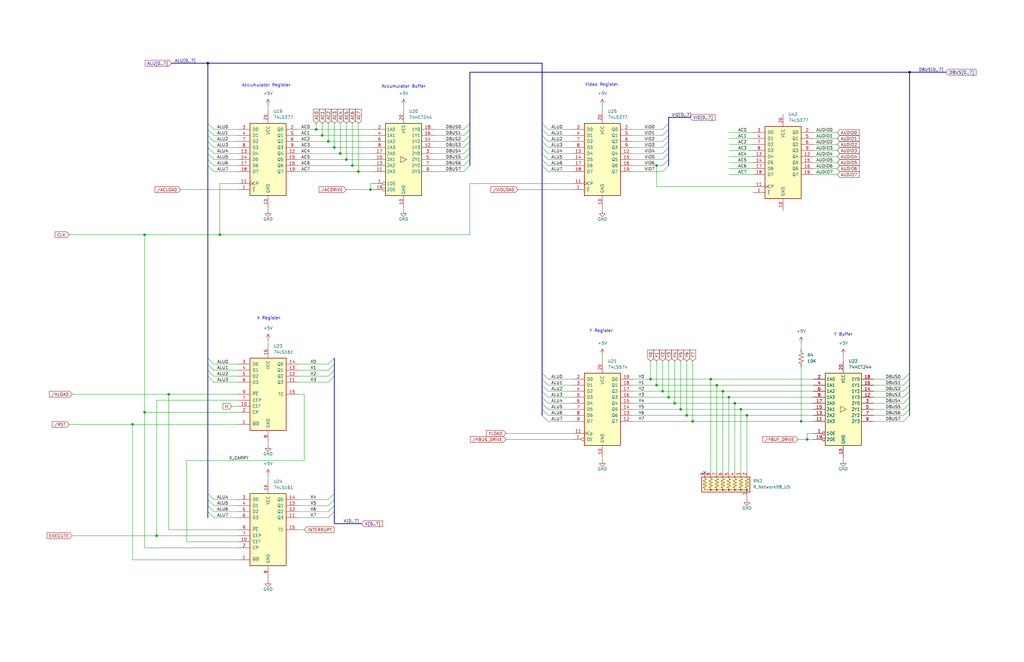
<source format=kicad_sch>
(kicad_sch (version 20231120) (generator "eeschema") (generator_version "8.0")
  (paper "B")
  (lib_symbols
    (symbol "74xx:74HCT244"
      (property "Reference" "U" (at -7.62 16.51 0))
      (property "Value" "74HCT244" (at -7.62 -16.51 0))
      (symbol "74HCT244_1_0"
        (polyline (pts (xy 1.27 0) (xy -1.27 1.27) (xy -1.27 -1.27) (xy 1.27 0)) (stroke (width 0.1524)))
        (pin input inverted (at -12.7 -10.16 0) (length 5.08) (name "1OE") (number "1"))
        (pin power_in line (at 0 -20.32 90) (length 5.08) (name "GND") (number "10"))
        (pin input line (at -12.7 -5.08 0) (length 5.08) (name "2A3") (number "11"))
        (pin tri_state line (at 12.7 5.08 180) (length 5.08) (name "1Y3") (number "12"))
        (pin input line (at -12.7 -2.54 0) (length 5.08) (name "2A2") (number "13"))
        (pin tri_state line (at 12.7 7.62 180) (length 5.08) (name "1Y2") (number "14"))
        (pin input line (at -12.7 0 0) (length 5.08) (name "2A1") (number "15"))
        (pin tri_state line (at 12.7 10.16 180) (length 5.08) (name "1Y1") (number "16"))
        (pin input line (at -12.7 2.54 0) (length 5.08) (name "2A0") (number "17"))
        (pin tri_state line (at 12.7 12.7 180) (length 5.08) (name "1Y0") (number "18"))
        (pin input inverted (at -12.7 -12.7 0) (length 5.08) (name "2OE") (number "19"))
        (pin input line (at -12.7 12.7 0) (length 5.08) (name "1A0") (number "2"))
        (pin power_in line (at 0 20.32 270) (length 5.08) (name "VCC") (number "20"))
        (pin tri_state line (at 12.7 2.54 180) (length 5.08) (name "2Y0") (number "3"))
        (pin input line (at -12.7 10.16 0) (length 5.08) (name "1A1") (number "4"))
        (pin tri_state line (at 12.7 0 180) (length 5.08) (name "2Y1") (number "5"))
        (pin input line (at -12.7 7.62 0) (length 5.08) (name "1A2") (number "6"))
        (pin tri_state line (at 12.7 -2.54 180) (length 5.08) (name "2Y2") (number "7"))
        (pin input line (at -12.7 5.08 0) (length 5.08) (name "1A3") (number "8"))
        (pin tri_state line (at 12.7 -5.08 180) (length 5.08) (name "2Y3") (number "9"))
      )
      (symbol "74HCT244_1_1"
        (rectangle (start -7.62 15.24) (end 7.62 -15.24) (stroke (width 0.254)) (fill (type background)))
      )
    )
    (symbol "74xx:74LS161" (pin_names (offset 1.016))
      (property "Reference" "U" (at -7.62 16.51 0))
      (property "Value" "74LS161" (at -7.62 -16.51 0))
      (symbol "74LS161_1_0"
        (pin input line (at -12.7 -12.7 0) (length 5.08) (name "~{MR}") (number "1"))
        (pin input line (at -12.7 -5.08 0) (length 5.08) (name "CET") (number "10"))
        (pin output line (at 12.7 5.08 180) (length 5.08) (name "Q3") (number "11"))
        (pin output line (at 12.7 7.62 180) (length 5.08) (name "Q2") (number "12"))
        (pin output line (at 12.7 10.16 180) (length 5.08) (name "Q1") (number "13"))
        (pin output line (at 12.7 12.7 180) (length 5.08) (name "Q0") (number "14"))
        (pin output line (at 12.7 0 180) (length 5.08) (name "TC") (number "15"))
        (pin power_in line (at 0 20.32 270) (length 5.08) (name "VCC") (number "16"))
        (pin input line (at -12.7 -7.62 0) (length 5.08) (name "CP") (number "2"))
        (pin input line (at -12.7 12.7 0) (length 5.08) (name "D0") (number "3"))
        (pin input line (at -12.7 10.16 0) (length 5.08) (name "D1") (number "4"))
        (pin input line (at -12.7 7.62 0) (length 5.08) (name "D2") (number "5"))
        (pin input line (at -12.7 5.08 0) (length 5.08) (name "D3") (number "6"))
        (pin input line (at -12.7 -2.54 0) (length 5.08) (name "CEP") (number "7"))
        (pin power_in line (at 0 -20.32 90) (length 5.08) (name "GND") (number "8"))
        (pin input line (at -12.7 0 0) (length 5.08) (name "~{PE}") (number "9"))
      )
      (symbol "74LS161_1_1"
        (rectangle (start -7.62 15.24) (end 7.62 -15.24) (stroke (width 0.254)) (fill (type background)))
      )
    )
    (symbol "74xx:74LS377" (pin_names (offset 1.016))
      (property "Reference" "U" (at -7.62 16.51 0))
      (property "Value" "74LS377" (at -7.62 -16.51 0))
      (symbol "74LS377_1_0"
        (pin input line (at -12.7 -12.7 0) (length 5.08) (name "~{E}") (number "1"))
        (pin power_in line (at 0 -20.32 90) (length 5.08) (name "GND") (number "10"))
        (pin input clock (at -12.7 -10.16 0) (length 5.08) (name "CP") (number "11"))
        (pin output line (at 12.7 2.54 180) (length 5.08) (name "Q4") (number "12"))
        (pin input line (at -12.7 2.54 0) (length 5.08) (name "D4") (number "13"))
        (pin input line (at -12.7 0 0) (length 5.08) (name "D5") (number "14"))
        (pin output line (at 12.7 0 180) (length 5.08) (name "Q5") (number "15"))
        (pin output line (at 12.7 -2.54 180) (length 5.08) (name "Q6") (number "16"))
        (pin input line (at -12.7 -2.54 0) (length 5.08) (name "D6") (number "17"))
        (pin input line (at -12.7 -5.08 0) (length 5.08) (name "D7") (number "18"))
        (pin output line (at 12.7 -5.08 180) (length 5.08) (name "Q7") (number "19"))
        (pin output line (at 12.7 12.7 180) (length 5.08) (name "Q0") (number "2"))
        (pin power_in line (at 0 20.32 270) (length 5.08) (name "VCC") (number "20"))
        (pin input line (at -12.7 12.7 0) (length 5.08) (name "D0") (number "3"))
        (pin input line (at -12.7 10.16 0) (length 5.08) (name "D1") (number "4"))
        (pin output line (at 12.7 10.16 180) (length 5.08) (name "Q1") (number "5"))
        (pin output line (at 12.7 7.62 180) (length 5.08) (name "Q2") (number "6"))
        (pin input line (at -12.7 7.62 0) (length 5.08) (name "D2") (number "7"))
        (pin input line (at -12.7 5.08 0) (length 5.08) (name "D3") (number "8"))
        (pin output line (at 12.7 5.08 180) (length 5.08) (name "Q3") (number "9"))
      )
      (symbol "74LS377_1_1"
        (rectangle (start -7.62 15.24) (end 7.62 -15.24) (stroke (width 0.254)) (fill (type background)))
      )
    )
    (symbol "74xx:74LS574" (pin_names (offset 1.016))
      (property "Reference" "U" (at -7.62 16.51 0))
      (property "Value" "74LS574" (at -7.62 -16.51 0))
      (symbol "74LS574_1_0"
        (pin input inverted (at -12.7 -12.7 0) (length 5.08) (name "OE") (number "1"))
        (pin power_in line (at 0 -20.32 90) (length 5.08) (name "GND") (number "10"))
        (pin input clock (at -12.7 -10.16 0) (length 5.08) (name "Cp") (number "11"))
        (pin tri_state line (at 12.7 -5.08 180) (length 5.08) (name "Q7") (number "12"))
        (pin tri_state line (at 12.7 -2.54 180) (length 5.08) (name "Q6") (number "13"))
        (pin tri_state line (at 12.7 0 180) (length 5.08) (name "Q5") (number "14"))
        (pin tri_state line (at 12.7 2.54 180) (length 5.08) (name "Q4") (number "15"))
        (pin tri_state line (at 12.7 5.08 180) (length 5.08) (name "Q3") (number "16"))
        (pin tri_state line (at 12.7 7.62 180) (length 5.08) (name "Q2") (number "17"))
        (pin tri_state line (at 12.7 10.16 180) (length 5.08) (name "Q1") (number "18"))
        (pin tri_state line (at 12.7 12.7 180) (length 5.08) (name "Q0") (number "19"))
        (pin input line (at -12.7 12.7 0) (length 5.08) (name "D0") (number "2"))
        (pin power_in line (at 0 20.32 270) (length 5.08) (name "VCC") (number "20"))
        (pin input line (at -12.7 10.16 0) (length 5.08) (name "D1") (number "3"))
        (pin input line (at -12.7 7.62 0) (length 5.08) (name "D2") (number "4"))
        (pin input line (at -12.7 5.08 0) (length 5.08) (name "D3") (number "5"))
        (pin input line (at -12.7 2.54 0) (length 5.08) (name "D4") (number "6"))
        (pin input line (at -12.7 0 0) (length 5.08) (name "D5") (number "7"))
        (pin input line (at -12.7 -2.54 0) (length 5.08) (name "D6") (number "8"))
        (pin input line (at -12.7 -5.08 0) (length 5.08) (name "D7") (number "9"))
      )
      (symbol "74LS574_1_1"
        (rectangle (start -7.62 15.24) (end 7.62 -15.24) (stroke (width 0.254)) (fill (type background)))
      )
    )
    (symbol "Device:R_Network08_US" (pin_names (offset 0) hide)
      (property "Reference" "RN" (at -12.7 0 90))
      (property "Value" "R_Network08_US" (at 10.16 0 90))
      (symbol "R_Network08_US_0_1"
        (rectangle (start -11.43 -3.175) (end 8.89 3.175) (stroke (width 0.254)) (fill (type background)))
        (circle (center -10.16 2.286) (radius 0.254) (fill (type outline)))
        (circle (center -7.62 2.286) (radius 0.254) (fill (type outline)))
        (circle (center -5.08 2.286) (radius 0.254) (fill (type outline)))
        (circle (center -2.54 2.286) (radius 0.254) (fill (type outline)))
        (polyline (pts (xy -10.16 2.286) (xy 7.62 2.286)))
        (polyline (pts (xy -10.16 2.286) (xy -10.16 1.524) (xy -9.398 1.1684) (xy -10.922 0.508) (xy -9.398 -0.1524) (xy -10.922 -0.8382) (xy -9.398 -1.524) (xy -10.922 -2.1844) (xy -10.16 -2.54) (xy -10.16 -3.81)))
        (polyline (pts (xy -7.62 2.286) (xy -7.62 1.524) (xy -6.858 1.1684) (xy -8.382 0.508) (xy -6.858 -0.1524) (xy -8.382 -0.8382) (xy -6.858 -1.524) (xy -8.382 -2.1844) (xy -7.62 -2.54) (xy -7.62 -3.81)))
        (polyline (pts (xy -5.08 2.286) (xy -5.08 1.524) (xy -4.318 1.1684) (xy -5.842 0.508) (xy -4.318 -0.1524) (xy -5.842 -0.8382) (xy -4.318 -1.524) (xy -5.842 -2.1844) (xy -5.08 -2.54) (xy -5.08 -3.81)))
        (polyline (pts (xy -2.54 2.286) (xy -2.54 1.524) (xy -1.778 1.1684) (xy -3.302 0.508) (xy -1.778 -0.1524) (xy -3.302 -0.8382) (xy -1.778 -1.524) (xy -3.302 -2.1844) (xy -2.54 -2.54) (xy -2.54 -3.81)))
        (polyline (pts (xy 0 2.286) (xy 0 1.524) (xy 0.762 1.1684) (xy -0.762 0.508) (xy 0.762 -0.1524) (xy -0.762 -0.8382) (xy 0.762 -1.524) (xy -0.762 -2.1844) (xy 0 -2.54) (xy 0 -3.81)))
        (polyline (pts (xy 2.54 2.286) (xy 2.54 1.524) (xy 3.302 1.1684) (xy 1.778 0.508) (xy 3.302 -0.1524) (xy 1.778 -0.8382) (xy 3.302 -1.524) (xy 1.778 -2.1844) (xy 2.54 -2.54) (xy 2.54 -3.81)))
        (polyline (pts (xy 5.08 2.286) (xy 5.08 1.524) (xy 5.842 1.1684) (xy 4.318 0.508) (xy 5.842 -0.1524) (xy 4.318 -0.8382) (xy 5.842 -1.524) (xy 4.318 -2.1844) (xy 5.08 -2.54) (xy 5.08 -3.81)))
        (polyline (pts (xy 7.62 2.286) (xy 7.62 1.524) (xy 8.382 1.1684) (xy 6.858 0.508) (xy 8.382 -0.1524) (xy 6.858 -0.8382) (xy 8.382 -1.524) (xy 6.858 -2.1844) (xy 7.62 -2.54) (xy 7.62 -3.81)))
        (circle (center 0 2.286) (radius 0.254) (fill (type outline)))
        (circle (center 2.54 2.286) (radius 0.254) (fill (type outline)))
        (circle (center 5.08 2.286) (radius 0.254) (fill (type outline)))
      )
      (symbol "R_Network08_US_1_1"
        (pin passive line (at -10.16 5.08 270) (length 2.54) (name "common") (number "1"))
        (pin passive line (at -10.16 -5.08 90) (length 1.27) (name "R1") (number "2"))
        (pin passive line (at -7.62 -5.08 90) (length 1.27) (name "R2") (number "3"))
        (pin passive line (at -5.08 -5.08 90) (length 1.27) (name "R3") (number "4"))
        (pin passive line (at -2.54 -5.08 90) (length 1.27) (name "R4") (number "5"))
        (pin passive line (at 0 -5.08 90) (length 1.27) (name "R5") (number "6"))
        (pin passive line (at 2.54 -5.08 90) (length 1.27) (name "R6") (number "7"))
        (pin passive line (at 5.08 -5.08 90) (length 1.27) (name "R7") (number "8"))
        (pin passive line (at 7.62 -5.08 90) (length 1.27) (name "R8") (number "9"))
      )
    )
    (symbol "Device:R_US" (pin_numbers hide) (pin_names (offset 0))
      (property "Reference" "R" (at 2.54 0 90))
      (property "Value" "R_US" (at -2.54 0 90))
      (symbol "R_US_0_1"
        (polyline (pts (xy 0 -2.286) (xy 0 -2.54)))
        (polyline (pts (xy 0 2.286) (xy 0 2.54)))
        (polyline (pts (xy 0 -0.762) (xy 1.016 -1.143) (xy 0 -1.524) (xy -1.016 -1.905) (xy 0 -2.286)))
        (polyline (pts (xy 0 0.762) (xy 1.016 0.381) (xy 0 0) (xy -1.016 -0.381) (xy 0 -0.762)))
        (polyline (pts (xy 0 2.286) (xy 1.016 1.905) (xy 0 1.524) (xy -1.016 1.143) (xy 0 0.762)))
      )
      (symbol "R_US_1_1"
        (pin passive line (at 0 3.81 270) (length 1.27) (name "~") (number "1"))
        (pin passive line (at 0 -3.81 90) (length 1.27) (name "~") (number "2"))
      )
    )
    (symbol "power:+5V" (power) (pin_numbers hide) (pin_names (offset 0) hide)
      (property "Value" "+5V" (at 0 3.556 0))
      (symbol "+5V_0_1"
        (polyline (pts (xy -0.762 1.27) (xy 0 2.54)))
        (polyline (pts (xy 0 0) (xy 0 2.54)))
        (polyline (pts (xy 0 2.54) (xy 0.762 1.27)))
      )
      (symbol "+5V_1_1"
        (pin power_in line (at 0 0 90) (length 0) (name "~") (number "1"))
      )
    )
    (symbol "power:GND" (power) (pin_numbers hide) (pin_names (offset 0) hide)
      (property "Value" "GND" (at 0 -3.81 0))
      (symbol "GND_0_1"
        (polyline (pts (xy 0 0) (xy 0 -1.27) (xy 1.27 -1.27) (xy 0 -2.54) (xy -1.27 -1.27) (xy 0 -1.27)))
      )
      (symbol "GND_1_1"
        (pin power_in line (at 0 0 270) (length 0) (name "~") (number "1"))
      )
    )
  )
  (junction (at 292.1 177.8))
  (junction (at 304.8 165.1))
  (junction (at 146.05 67.31))
  (junction (at 276.86 162.56))
  (junction (at 302.26 162.56))
  (junction (at 151.13 72.39))
  (junction (at 60.96 99.06))
  (junction (at 276.86 69.85))
  (junction (at 156.21 80.01))
  (junction (at 92.71 99.06))
  (junction (at 299.72 160.02))
  (junction (at 140.97 62.23))
  (junction (at 274.32 160.02))
  (junction (at 312.42 172.72))
  (junction (at 307.34 167.64))
  (junction (at 55.88 179.07))
  (junction (at 143.51 64.77))
  (junction (at 71.12 166.37))
  (junction (at 309.88 170.18))
  (junction (at 135.89 57.15))
  (junction (at 281.94 167.64))
  (junction (at 337.82 177.8))
  (junction (at 289.56 175.26))
  (junction (at 279.4 165.1))
  (junction (at 60.96 173.99))
  (junction (at 284.48 170.18))
  (junction (at 287.02 172.72))
  (junction (at 314.96 175.26))
  (junction (at 138.43 59.69))
  (junction (at 133.35 54.61))
  (junction (at 340.36 185.42))
  (junction (at 383.54 30.48))
  (junction (at 148.59 69.85))
  (junction (at 66.04 226.06))
  (junction (at 87.63 26.67))
  (no_connect (at 297.18 199.39))
  (bus_entry (at 87.63 67.31) (size 2.54 2.54))
  (bus_entry (at 195.58 57.15) (size 2.54 -2.54))
  (bus_entry (at 87.63 151.13) (size 2.54 2.54))
  (bus_entry (at 195.58 62.23) (size 2.54 -2.54))
  (bus_entry (at 381 172.72) (size 2.54 -2.54))
  (bus_entry (at 138.43 210.82) (size 2.54 -2.54))
  (bus_entry (at 228.6 59.69) (size 2.54 2.54))
  (bus_entry (at 228.6 157.48) (size 2.54 2.54))
  (bus_entry (at 279.4 54.61) (size 2.54 -2.54))
  (bus_entry (at 381 175.26) (size 2.54 -2.54))
  (bus_entry (at 381 162.56) (size 2.54 -2.54))
  (bus_entry (at 228.6 162.56) (size 2.54 2.54))
  (bus_entry (at 138.43 153.67) (size 2.54 -2.54))
  (bus_entry (at 279.4 57.15) (size 2.54 -2.54))
  (bus_entry (at 228.6 172.72) (size 2.54 2.54))
  (bus_entry (at 381 165.1) (size 2.54 -2.54))
  (bus_entry (at 138.43 158.75) (size 2.54 -2.54))
  (bus_entry (at 279.4 69.85) (size 2.54 -2.54))
  (bus_entry (at 228.6 175.26) (size 2.54 2.54))
  (bus_entry (at 195.58 64.77) (size 2.54 -2.54))
  (bus_entry (at 87.63 158.75) (size 2.54 2.54))
  (bus_entry (at 279.4 64.77) (size 2.54 -2.54))
  (bus_entry (at 138.43 218.44) (size 2.54 -2.54))
  (bus_entry (at 87.63 57.15) (size 2.54 2.54))
  (bus_entry (at 381 177.8) (size 2.54 -2.54))
  (bus_entry (at 228.6 167.64) (size 2.54 2.54))
  (bus_entry (at 195.58 72.39) (size 2.54 -2.54))
  (bus_entry (at 138.43 156.21) (size 2.54 -2.54))
  (bus_entry (at 381 167.64) (size 2.54 -2.54))
  (bus_entry (at 138.43 213.36) (size 2.54 -2.54))
  (bus_entry (at 228.6 160.02) (size 2.54 2.54))
  (bus_entry (at 87.63 69.85) (size 2.54 2.54))
  (bus_entry (at 195.58 69.85) (size 2.54 -2.54))
  (bus_entry (at 87.63 64.77) (size 2.54 2.54))
  (bus_entry (at 195.58 67.31) (size 2.54 -2.54))
  (bus_entry (at 279.4 67.31) (size 2.54 -2.54))
  (bus_entry (at 381 160.02) (size 2.54 -2.54))
  (bus_entry (at 279.4 59.69) (size 2.54 -2.54))
  (bus_entry (at 87.63 54.61) (size 2.54 2.54))
  (bus_entry (at 228.6 64.77) (size 2.54 2.54))
  (bus_entry (at 87.63 62.23) (size 2.54 2.54))
  (bus_entry (at 279.4 72.39) (size 2.54 -2.54))
  (bus_entry (at 228.6 69.85) (size 2.54 2.54))
  (bus_entry (at 228.6 54.61) (size 2.54 2.54))
  (bus_entry (at 228.6 62.23) (size 2.54 2.54))
  (bus_entry (at 228.6 170.18) (size 2.54 2.54))
  (bus_entry (at 228.6 67.31) (size 2.54 2.54))
  (bus_entry (at 87.63 52.07) (size 2.54 2.54))
  (bus_entry (at 87.63 208.28) (size 2.54 2.54))
  (bus_entry (at 87.63 213.36) (size 2.54 2.54))
  (bus_entry (at 87.63 156.21) (size 2.54 2.54))
  (bus_entry (at 138.43 161.29) (size 2.54 -2.54))
  (bus_entry (at 87.63 215.9) (size 2.54 2.54))
  (bus_entry (at 87.63 210.82) (size 2.54 2.54))
  (bus_entry (at 228.6 165.1) (size 2.54 2.54))
  (bus_entry (at 87.63 59.69) (size 2.54 2.54))
  (bus_entry (at 228.6 57.15) (size 2.54 2.54))
  (bus_entry (at 138.43 215.9) (size 2.54 -2.54))
  (bus_entry (at 87.63 153.67) (size 2.54 2.54))
  (bus_entry (at 228.6 52.07) (size 2.54 2.54))
  (bus_entry (at 381 170.18) (size 2.54 -2.54))
  (bus_entry (at 279.4 62.23) (size 2.54 -2.54))
  (bus_entry (at 195.58 54.61) (size 2.54 -2.54))
  (bus_entry (at 195.58 59.69) (size 2.54 -2.54))
  (wire (pts (xy 342.9 63.5) (xy 353.06 63.5)))
  (wire (pts (xy 71.12 166.37) (xy 100.33 166.37)))
  (wire (pts (xy 304.8 165.1) (xy 342.9 165.1)))
  (bus (pts (xy 198.12 54.61) (xy 198.12 52.07)))
  (wire (pts (xy 213.36 185.42) (xy 241.3 185.42)))
  (wire (pts (xy 274.32 152.4) (xy 274.32 160.02)))
  (bus (pts (xy 198.12 30.48) (xy 383.54 30.48)))
  (wire (pts (xy 289.56 175.26) (xy 314.96 175.26)))
  (bus (pts (xy 281.94 69.85) (xy 281.94 67.31)))
  (wire (pts (xy 148.59 52.07) (xy 148.59 69.85)))
  (wire (pts (xy 231.14 175.26) (xy 241.3 175.26)))
  (wire (pts (xy 284.48 170.18) (xy 309.88 170.18)))
  (wire (pts (xy 125.73 215.9) (xy 138.43 215.9)))
  (wire (pts (xy 90.17 67.31) (xy 100.33 67.31)))
  (wire (pts (xy 342.9 73.66) (xy 353.06 73.66)))
  (bus (pts (xy 383.54 30.48) (xy 398.78 30.48)))
  (bus (pts (xy 383.54 167.64) (xy 383.54 165.1)))
  (wire (pts (xy 276.86 162.56) (xy 302.26 162.56)))
  (wire (pts (xy 368.3 170.18) (xy 381 170.18)))
  (wire (pts (xy 284.48 152.4) (xy 284.48 170.18)))
  (wire (pts (xy 128.27 166.37) (xy 128.27 194.31)))
  (wire (pts (xy 355.6 149.86) (xy 355.6 152.4)))
  (wire (pts (xy 90.17 64.77) (xy 100.33 64.77)))
  (wire (pts (xy 340.36 182.88) (xy 342.9 182.88)))
  (wire (pts (xy 266.7 170.18) (xy 284.48 170.18)))
  (wire (pts (xy 92.71 99.06) (xy 92.71 77.47)))
  (wire (pts (xy 266.7 59.69) (xy 279.4 59.69)))
  (wire (pts (xy 90.17 72.39) (xy 100.33 72.39)))
  (bus (pts (xy 228.6 67.31) (xy 228.6 64.77)))
  (wire (pts (xy 266.7 172.72) (xy 287.02 172.72)))
  (bus (pts (xy 228.6 52.07) (xy 228.6 54.61)))
  (wire (pts (xy 218.44 80.01) (xy 241.3 80.01)))
  (wire (pts (xy 342.9 60.96) (xy 353.06 60.96)))
  (bus (pts (xy 281.94 62.23) (xy 281.94 59.69)))
  (bus (pts (xy 198.12 52.07) (xy 198.12 30.48)))
  (wire (pts (xy 266.7 175.26) (xy 289.56 175.26)))
  (bus (pts (xy 383.54 170.18) (xy 383.54 167.64)))
  (wire (pts (xy 182.88 59.69) (xy 195.58 59.69)))
  (wire (pts (xy 151.13 72.39) (xy 157.48 72.39)))
  (wire (pts (xy 92.71 99.06) (xy 198.12 99.06)))
  (wire (pts (xy 55.88 179.07) (xy 100.33 179.07)))
  (wire (pts (xy 266.7 57.15) (xy 279.4 57.15)))
  (wire (pts (xy 342.9 58.42) (xy 353.06 58.42)))
  (wire (pts (xy 266.7 167.64) (xy 281.94 167.64)))
  (bus (pts (xy 87.63 64.77) (xy 87.63 62.23)))
  (wire (pts (xy 30.48 226.06) (xy 66.04 226.06)))
  (wire (pts (xy 342.9 71.12) (xy 353.06 71.12)))
  (bus (pts (xy 228.6 57.15) (xy 228.6 54.61)))
  (wire (pts (xy 336.55 185.42) (xy 340.36 185.42)))
  (wire (pts (xy 170.18 44.45) (xy 170.18 46.99)))
  (wire (pts (xy 307.34 167.64) (xy 342.9 167.64)))
  (bus (pts (xy 140.97 158.75) (xy 140.97 208.28)))
  (wire (pts (xy 231.14 64.77) (xy 241.3 64.77)))
  (wire (pts (xy 292.1 152.4) (xy 292.1 177.8)))
  (wire (pts (xy 133.35 54.61) (xy 157.48 54.61)))
  (bus (pts (xy 228.6 64.77) (xy 228.6 62.23)))
  (wire (pts (xy 342.9 66.04) (xy 353.06 66.04)))
  (bus (pts (xy 87.63 69.85) (xy 87.63 67.31)))
  (wire (pts (xy 231.14 165.1) (xy 241.3 165.1)))
  (wire (pts (xy 71.12 223.52) (xy 100.33 223.52)))
  (bus (pts (xy 281.94 64.77) (xy 281.94 62.23)))
  (wire (pts (xy 304.8 165.1) (xy 304.8 199.39)))
  (wire (pts (xy 90.17 158.75) (xy 100.33 158.75)))
  (bus (pts (xy 198.12 62.23) (xy 198.12 59.69)))
  (wire (pts (xy 135.89 57.15) (xy 157.48 57.15)))
  (wire (pts (xy 266.7 54.61) (xy 279.4 54.61)))
  (bus (pts (xy 198.12 64.77) (xy 198.12 62.23)))
  (bus (pts (xy 87.63 67.31) (xy 87.63 64.77)))
  (wire (pts (xy 90.17 161.29) (xy 100.33 161.29)))
  (wire (pts (xy 60.96 99.06) (xy 92.71 99.06)))
  (wire (pts (xy 125.73 166.37) (xy 128.27 166.37)))
  (bus (pts (xy 281.94 49.53) (xy 281.94 52.07)))
  (bus (pts (xy 87.63 158.75) (xy 87.63 208.28)))
  (wire (pts (xy 90.17 59.69) (xy 100.33 59.69)))
  (wire (pts (xy 125.73 210.82) (xy 138.43 210.82)))
  (wire (pts (xy 231.14 177.8) (xy 241.3 177.8)))
  (bus (pts (xy 87.63 156.21) (xy 87.63 153.67)))
  (wire (pts (xy 368.3 175.26) (xy 381 175.26)))
  (wire (pts (xy 113.03 200.66) (xy 113.03 203.2)))
  (wire (pts (xy 213.36 182.88) (xy 241.3 182.88)))
  (wire (pts (xy 66.04 226.06) (xy 66.04 168.91)))
  (wire (pts (xy 125.73 156.21) (xy 138.43 156.21)))
  (wire (pts (xy 90.17 215.9) (xy 100.33 215.9)))
  (wire (pts (xy 231.14 67.31) (xy 241.3 67.31)))
  (bus (pts (xy 228.6 62.23) (xy 228.6 59.69)))
  (wire (pts (xy 292.1 177.8) (xy 337.82 177.8)))
  (wire (pts (xy 140.97 62.23) (xy 157.48 62.23)))
  (bus (pts (xy 140.97 215.9) (xy 140.97 213.36)))
  (bus (pts (xy 140.97 158.75) (xy 140.97 156.21)))
  (bus (pts (xy 87.63 59.69) (xy 87.63 57.15)))
  (wire (pts (xy 128.27 194.31) (xy 78.74 194.31)))
  (wire (pts (xy 266.7 67.31) (xy 279.4 67.31)))
  (wire (pts (xy 148.59 69.85) (xy 157.48 69.85)))
  (wire (pts (xy 266.7 72.39) (xy 279.4 72.39)))
  (wire (pts (xy 254 149.86) (xy 254 152.4)))
  (wire (pts (xy 307.34 58.42) (xy 317.5 58.42)))
  (bus (pts (xy 228.6 170.18) (xy 228.6 167.64)))
  (wire (pts (xy 302.26 162.56) (xy 302.26 199.39)))
  (wire (pts (xy 66.04 168.91) (xy 100.33 168.91)))
  (wire (pts (xy 113.03 186.69) (xy 113.03 187.96)))
  (wire (pts (xy 90.17 218.44) (xy 100.33 218.44)))
  (wire (pts (xy 231.14 57.15) (xy 241.3 57.15)))
  (wire (pts (xy 125.73 57.15) (xy 135.89 57.15)))
  (bus (pts (xy 198.12 69.85) (xy 198.12 67.31)))
  (wire (pts (xy 309.88 170.18) (xy 309.88 199.39)))
  (wire (pts (xy 279.4 165.1) (xy 304.8 165.1)))
  (wire (pts (xy 266.7 165.1) (xy 279.4 165.1)))
  (bus (pts (xy 87.63 210.82) (xy 87.63 208.28)))
  (bus (pts (xy 87.63 52.07) (xy 87.63 26.67)))
  (bus (pts (xy 281.94 59.69) (xy 281.94 57.15)))
  (bus (pts (xy 87.63 54.61) (xy 87.63 52.07)))
  (wire (pts (xy 128.27 223.52) (xy 125.73 223.52)))
  (wire (pts (xy 138.43 52.07) (xy 138.43 59.69)))
  (wire (pts (xy 287.02 172.72) (xy 312.42 172.72)))
  (wire (pts (xy 100.33 231.14) (xy 60.96 231.14)))
  (wire (pts (xy 314.96 175.26) (xy 314.96 199.39)))
  (wire (pts (xy 135.89 52.07) (xy 135.89 57.15)))
  (wire (pts (xy 182.88 57.15) (xy 195.58 57.15)))
  (wire (pts (xy 276.86 69.85) (xy 279.4 69.85)))
  (wire (pts (xy 198.12 77.47) (xy 241.3 77.47)))
  (bus (pts (xy 228.6 26.67) (xy 228.6 52.07)))
  (wire (pts (xy 337.82 154.94) (xy 337.82 177.8)))
  (wire (pts (xy 302.26 162.56) (xy 342.9 162.56)))
  (wire (pts (xy 307.34 71.12) (xy 317.5 71.12)))
  (wire (pts (xy 60.96 173.99) (xy 100.33 173.99)))
  (wire (pts (xy 342.9 55.88) (xy 353.06 55.88)))
  (bus (pts (xy 87.63 26.67) (xy 228.6 26.67)))
  (wire (pts (xy 231.14 59.69) (xy 241.3 59.69)))
  (bus (pts (xy 383.54 165.1) (xy 383.54 162.56)))
  (bus (pts (xy 383.54 30.48) (xy 383.54 157.48)))
  (wire (pts (xy 138.43 59.69) (xy 157.48 59.69)))
  (wire (pts (xy 309.88 170.18) (xy 342.9 170.18)))
  (wire (pts (xy 90.17 62.23) (xy 100.33 62.23)))
  (wire (pts (xy 307.34 167.64) (xy 307.34 199.39)))
  (bus (pts (xy 140.97 213.36) (xy 140.97 210.82)))
  (wire (pts (xy 66.04 226.06) (xy 100.33 226.06)))
  (wire (pts (xy 182.88 67.31) (xy 195.58 67.31)))
  (bus (pts (xy 140.97 153.67) (xy 140.97 151.13)))
  (bus (pts (xy 228.6 162.56) (xy 228.6 160.02)))
  (wire (pts (xy 90.17 69.85) (xy 100.33 69.85)))
  (wire (pts (xy 90.17 210.82) (xy 100.33 210.82)))
  (wire (pts (xy 266.7 69.85) (xy 276.86 69.85)))
  (bus (pts (xy 228.6 160.02) (xy 228.6 157.48)))
  (wire (pts (xy 100.33 228.6) (xy 78.74 228.6)))
  (wire (pts (xy 231.14 162.56) (xy 241.3 162.56)))
  (wire (pts (xy 182.88 69.85) (xy 195.58 69.85)))
  (wire (pts (xy 307.34 63.5) (xy 317.5 63.5)))
  (wire (pts (xy 307.34 73.66) (xy 317.5 73.66)))
  (bus (pts (xy 228.6 69.85) (xy 228.6 157.48)))
  (wire (pts (xy 231.14 72.39) (xy 241.3 72.39)))
  (wire (pts (xy 170.18 87.63) (xy 170.18 88.9)))
  (bus (pts (xy 228.6 59.69) (xy 228.6 57.15)))
  (wire (pts (xy 314.96 175.26) (xy 342.9 175.26)))
  (wire (pts (xy 368.3 167.64) (xy 381 167.64)))
  (bus (pts (xy 228.6 67.31) (xy 228.6 69.85)))
  (wire (pts (xy 125.73 54.61) (xy 133.35 54.61)))
  (wire (pts (xy 307.34 55.88) (xy 317.5 55.88)))
  (bus (pts (xy 140.97 220.98) (xy 152.4 220.98)))
  (wire (pts (xy 125.73 67.31) (xy 146.05 67.31)))
  (bus (pts (xy 383.54 172.72) (xy 383.54 170.18)))
  (wire (pts (xy 90.17 156.21) (xy 100.33 156.21)))
  (wire (pts (xy 307.34 68.58) (xy 317.5 68.58)))
  (wire (pts (xy 151.13 52.07) (xy 151.13 72.39)))
  (bus (pts (xy 383.54 160.02) (xy 383.54 157.48)))
  (wire (pts (xy 30.48 166.37) (xy 71.12 166.37)))
  (wire (pts (xy 231.14 69.85) (xy 241.3 69.85)))
  (wire (pts (xy 231.14 167.64) (xy 241.3 167.64)))
  (wire (pts (xy 287.02 152.4) (xy 287.02 172.72)))
  (wire (pts (xy 125.73 64.77) (xy 143.51 64.77)))
  (wire (pts (xy 281.94 152.4) (xy 281.94 167.64)))
  (wire (pts (xy 60.96 99.06) (xy 60.96 173.99)))
  (wire (pts (xy 125.73 62.23) (xy 140.97 62.23)))
  (wire (pts (xy 276.86 69.85) (xy 276.86 78.74)))
  (wire (pts (xy 299.72 160.02) (xy 342.9 160.02)))
  (wire (pts (xy 254 44.45) (xy 254 46.99)))
  (wire (pts (xy 92.71 77.47) (xy 100.33 77.47)))
  (bus (pts (xy 87.63 69.85) (xy 87.63 151.13)))
  (wire (pts (xy 307.34 66.04) (xy 317.5 66.04)))
  (wire (pts (xy 156.21 80.01) (xy 157.48 80.01)))
  (wire (pts (xy 368.3 172.72) (xy 381 172.72)))
  (wire (pts (xy 125.73 161.29) (xy 138.43 161.29)))
  (bus (pts (xy 290.83 49.53) (xy 281.94 49.53)))
  (wire (pts (xy 266.7 162.56) (xy 276.86 162.56)))
  (wire (pts (xy 90.17 57.15) (xy 100.33 57.15)))
  (bus (pts (xy 228.6 172.72) (xy 228.6 170.18)))
  (wire (pts (xy 182.88 54.61) (xy 195.58 54.61)))
  (wire (pts (xy 143.51 52.07) (xy 143.51 64.77)))
  (wire (pts (xy 182.88 64.77) (xy 195.58 64.77)))
  (wire (pts (xy 71.12 166.37) (xy 71.12 223.52)))
  (wire (pts (xy 125.73 59.69) (xy 138.43 59.69)))
  (wire (pts (xy 29.21 179.07) (xy 55.88 179.07)))
  (wire (pts (xy 337.82 144.78) (xy 337.82 147.32)))
  (wire (pts (xy 156.21 77.47) (xy 157.48 77.47)))
  (wire (pts (xy 312.42 172.72) (xy 312.42 199.39)))
  (wire (pts (xy 125.73 213.36) (xy 138.43 213.36)))
  (wire (pts (xy 156.21 80.01) (xy 156.21 77.47)))
  (wire (pts (xy 125.73 72.39) (xy 151.13 72.39)))
  (wire (pts (xy 340.36 185.42) (xy 340.36 182.88)))
  (wire (pts (xy 90.17 213.36) (xy 100.33 213.36)))
  (wire (pts (xy 29.21 99.06) (xy 60.96 99.06)))
  (bus (pts (xy 140.97 156.21) (xy 140.97 153.67)))
  (bus (pts (xy 281.94 67.31) (xy 281.94 64.77)))
  (wire (pts (xy 60.96 173.99) (xy 60.96 231.14)))
  (wire (pts (xy 231.14 62.23) (xy 241.3 62.23)))
  (bus (pts (xy 281.94 54.61) (xy 281.94 52.07)))
  (bus (pts (xy 87.63 158.75) (xy 87.63 156.21)))
  (wire (pts (xy 231.14 54.61) (xy 241.3 54.61)))
  (bus (pts (xy 87.63 57.15) (xy 87.63 54.61)))
  (wire (pts (xy 231.14 170.18) (xy 241.3 170.18)))
  (wire (pts (xy 231.14 172.72) (xy 241.3 172.72)))
  (bus (pts (xy 198.12 57.15) (xy 198.12 54.61)))
  (wire (pts (xy 125.73 218.44) (xy 138.43 218.44)))
  (wire (pts (xy 340.36 185.42) (xy 342.9 185.42)))
  (bus (pts (xy 198.12 67.31) (xy 198.12 64.77)))
  (wire (pts (xy 337.82 177.8) (xy 342.9 177.8)))
  (wire (pts (xy 312.42 172.72) (xy 342.9 172.72)))
  (bus (pts (xy 228.6 167.64) (xy 228.6 165.1)))
  (wire (pts (xy 266.7 160.02) (xy 274.32 160.02)))
  (bus (pts (xy 87.63 218.44) (xy 87.63 215.9)))
  (wire (pts (xy 97.79 171.45) (xy 100.33 171.45)))
  (bus (pts (xy 87.63 62.23) (xy 87.63 59.69)))
  (wire (pts (xy 299.72 160.02) (xy 299.72 199.39)))
  (wire (pts (xy 368.3 160.02) (xy 381 160.02)))
  (wire (pts (xy 125.73 69.85) (xy 148.59 69.85)))
  (wire (pts (xy 266.7 64.77) (xy 279.4 64.77)))
  (wire (pts (xy 113.03 243.84) (xy 113.03 245.11)))
  (wire (pts (xy 76.2 80.01) (xy 100.33 80.01)))
  (wire (pts (xy 307.34 60.96) (xy 317.5 60.96)))
  (wire (pts (xy 146.05 67.31) (xy 157.48 67.31)))
  (wire (pts (xy 78.74 194.31) (xy 78.74 228.6)))
  (wire (pts (xy 125.73 158.75) (xy 138.43 158.75)))
  (wire (pts (xy 113.03 44.45) (xy 113.03 46.99)))
  (wire (pts (xy 55.88 236.22) (xy 55.88 179.07)))
  (wire (pts (xy 55.88 236.22) (xy 100.33 236.22)))
  (wire (pts (xy 289.56 152.4) (xy 289.56 175.26)))
  (bus (pts (xy 198.12 59.69) (xy 198.12 57.15)))
  (wire (pts (xy 368.3 162.56) (xy 381 162.56)))
  (bus (pts (xy 383.54 175.26) (xy 383.54 172.72)))
  (wire (pts (xy 90.17 153.67) (xy 100.33 153.67)))
  (wire (pts (xy 146.05 52.07) (xy 146.05 67.31)))
  (wire (pts (xy 266.7 62.23) (xy 279.4 62.23)))
  (wire (pts (xy 281.94 167.64) (xy 307.34 167.64)))
  (bus (pts (xy 72.39 26.67) (xy 87.63 26.67)))
  (wire (pts (xy 276.86 78.74) (xy 317.5 78.74)))
  (bus (pts (xy 87.63 153.67) (xy 87.63 151.13)))
  (wire (pts (xy 368.3 177.8) (xy 381 177.8)))
  (wire (pts (xy 113.03 87.63) (xy 113.03 88.9)))
  (wire (pts (xy 113.03 143.51) (xy 113.03 146.05)))
  (wire (pts (xy 198.12 99.06) (xy 198.12 77.47)))
  (bus (pts (xy 87.63 213.36) (xy 87.63 210.82)))
  (wire (pts (xy 146.05 80.01) (xy 156.21 80.01)))
  (wire (pts (xy 274.32 160.02) (xy 299.72 160.02)))
  (bus (pts (xy 383.54 162.56) (xy 383.54 160.02)))
  (wire (pts (xy 143.51 64.77) (xy 157.48 64.77)))
  (bus (pts (xy 87.63 215.9) (xy 87.63 213.36)))
  (bus (pts (xy 140.97 215.9) (xy 140.97 220.98)))
  (wire (pts (xy 231.14 160.02) (xy 241.3 160.02)))
  (wire (pts (xy 254 193.04) (xy 254 194.31)))
  (wire (pts (xy 140.97 52.07) (xy 140.97 62.23)))
  (wire (pts (xy 279.4 152.4) (xy 279.4 165.1)))
  (wire (pts (xy 276.86 152.4) (xy 276.86 162.56)))
  (wire (pts (xy 314.96 210.82) (xy 314.96 209.55)))
  (wire (pts (xy 182.88 72.39) (xy 195.58 72.39)))
  (wire (pts (xy 355.6 193.04) (xy 355.6 194.31)))
  (wire (pts (xy 254 87.63) (xy 254 88.9)))
  (bus (pts (xy 228.6 165.1) (xy 228.6 162.56)))
  (wire (pts (xy 342.9 68.58) (xy 353.06 68.58)))
  (bus (pts (xy 228.6 175.26) (xy 228.6 172.72)))
  (wire (pts (xy 133.35 52.07) (xy 133.35 54.61)))
  (wire (pts (xy 266.7 177.8) (xy 292.1 177.8)))
  (wire (pts (xy 368.3 165.1) (xy 381 165.1)))
  (wire (pts (xy 90.17 54.61) (xy 100.33 54.61)))
  (wire (pts (xy 125.73 153.67) (xy 138.43 153.67)))
  (bus (pts (xy 281.94 57.15) (xy 281.94 54.61)))
  (bus (pts (xy 140.97 210.82) (xy 140.97 208.28)))
  (wire (pts (xy 182.88 62.23) (xy 195.58 62.23)))
  (text "Accumulator Register\n" (at 112.268 36.068 0) (effects (font (size 1.27 1.27))))
  (text "X Register" (at 113.284 134.366 0) (effects (font (size 1.27 1.27))))
  (text "Accumulator Buffer\n" (at 170.18 36.576 0) (effects (font (size 1.27 1.27))))
  (text "Video Register" (at 253.746 35.814 0) (effects (font (size 1.27 1.27))))
  (text "Y Register\n" (at 253.492 139.7 0) (effects (font (size 1.27 1.27))))
  (text "Y Buffer\n" (at 355.6 141.224 0) (effects (font (size 1.27 1.27))))
  (label "DBUS6" (at 373.38 175.26 0))
  (label "AUDIO4" (at 344.17 66.04 0))
  (label "ALU6" (at 91.44 215.9 0))
  (label "ALU0" (at 91.44 54.61 0))
  (label "ALU5" (at 91.44 67.31 0))
  (label "AC6" (at 311.15 71.12 0))
  (label "ALU4" (at 232.41 64.77 0))
  (label "DBUS5" (at 187.96 67.31 0))
  (label "ALU4" (at 91.44 64.77 0))
  (label "AUDIO2" (at 344.17 60.96 0))
  (label "ALU0" (at 232.41 160.02 0))
  (label "ALU5" (at 91.44 213.36 0))
  (label "DBUS6" (at 187.96 69.85 0))
  (label "AC3" (at 127 62.23 0))
  (label "AC2" (at 311.15 60.96 0))
  (label "DBUS4" (at 373.38 170.18 0))
  (label "AC6" (at 127 69.85 0))
  (label "ALU3" (at 91.44 62.23 0))
  (label "ALU5" (at 232.41 172.72 0))
  (label "AUDIO3" (at 344.17 63.5 0))
  (label "ALU2" (at 91.44 59.69 0))
  (label "DBUS3" (at 187.96 62.23 0))
  (label "VID7" (at 271.78 72.39 0))
  (label "X3" (at 130.81 161.29 0))
  (label "VID0" (at 271.78 54.61 0))
  (label "AUDIO6" (at 344.17 71.12 0))
  (label "ALU1" (at 91.44 57.15 0))
  (label "AC1" (at 127 57.15 0))
  (label "Y6" (at 269.24 175.26 0))
  (label "DBUS7" (at 373.38 177.8 0))
  (label "ALU0" (at 91.44 153.67 0))
  (label "AC7" (at 311.15 73.66 0))
  (label "VID1" (at 271.78 57.15 0))
  (label "DBUS1" (at 187.96 57.15 0))
  (label "AC5" (at 311.15 68.58 0))
  (label "ALU3" (at 91.44 161.29 0))
  (label "X6" (at 130.81 215.9 0))
  (label "VID[0..7]" (at 283.21 49.53 0))
  (label "DBUS2" (at 187.96 59.69 0))
  (label "AUDIO0" (at 344.17 55.88 0))
  (label "Y4" (at 269.24 170.18 0))
  (label "AC0" (at 311.15 55.88 0))
  (label "DBUS0" (at 373.38 160.02 0))
  (label "ALU6" (at 232.41 69.85 0))
  (label "VID3" (at 271.78 62.23 0))
  (label "ALU0" (at 232.41 54.61 0))
  (label "VID4" (at 271.78 64.77 0))
  (label "AC4" (at 127 64.77 0))
  (label "Y2" (at 269.24 165.1 0))
  (label "Y7" (at 269.24 177.8 0))
  (label "VID5" (at 271.78 67.31 0))
  (label "AC5" (at 127 67.31 0))
  (label "AUDIO1" (at 344.17 58.42 0))
  (label "Y1" (at 269.24 162.56 0))
  (label "X5" (at 130.81 213.36 0))
  (label "ALU6" (at 232.41 175.26 0))
  (label "DBUS[0..7]" (at 387.35 30.48 0))
  (label "ALU7" (at 91.44 72.39 0))
  (label "DBUS2" (at 373.38 165.1 0))
  (label "AC1" (at 311.15 58.42 0))
  (label "ALU3" (at 232.41 62.23 0))
  (label "DBUS1" (at 373.38 162.56 0))
  (label "DBUS0" (at 187.96 54.61 0))
  (label "Y3" (at 269.24 167.64 0))
  (label "DBUS3" (at 373.38 167.64 0))
  (label "DBUS7" (at 187.96 72.39 0))
  (label "ALU3" (at 232.41 167.64 0))
  (label "X0" (at 130.81 153.67 0))
  (label "AUDIO5" (at 344.17 68.58 0))
  (label "ALU2" (at 91.44 158.75 0))
  (label "X4" (at 130.81 210.82 0))
  (label "X2" (at 130.81 158.75 0))
  (label "DBUS5" (at 373.38 172.72 0))
  (label "ALU7" (at 232.41 177.8 0))
  (label "AUDIO7" (at 344.17 73.66 0))
  (label "ALU[0..7]" (at 73.66 26.67 0))
  (label "X7" (at 130.81 218.44 0))
  (label "AC2" (at 127 59.69 0))
  (label "ALU2" (at 232.41 165.1 0))
  (label "VID2" (at 271.78 59.69 0))
  (label "ALU2" (at 232.41 59.69 0))
  (label "X_CARRY" (at 96.52 194.31 0))
  (label "Y0" (at 269.24 160.02 0))
  (label "ALU1" (at 232.41 162.56 0))
  (label "VID6" (at 271.78 69.85 0))
  (label "DBUS4" (at 187.96 64.77 0))
  (label "ALU5" (at 232.41 67.31 0))
  (label "ALU7" (at 91.44 218.44 0))
  (label "ALU1" (at 91.44 156.21 0))
  (label "ALU1" (at 232.41 57.15 0))
  (label "AC3" (at 311.15 63.5 0))
  (label "X1" (at 130.81 156.21 0))
  (label "AC0" (at 127 54.61 0))
  (label "ALU4" (at 232.41 170.18 0))
  (label "AC7" (at 127 72.39 0))
  (label "AC4" (at 311.15 66.04 0))
  (label "ALU4" (at 91.44 210.82 0))
  (label "ALU7" (at 232.41 72.39 0))
  (label "X[0..7]" (at 144.78 220.98 0))
  (label "Y5" (at 269.24 172.72 0))
  (label "ALU6" (at 91.44 69.85 0))
  (global_label "AUDIO0" (shape input) (at 353.06 55.88 0) (property "Intersheetrefs" "${INTERSHEET_REFS}" (effects (hide yes))))
  (global_label "YLOAD" (shape input) (at 213.36 182.88 180) (property "Intersheetrefs" "${INTERSHEET_REFS}" (effects (hide yes))))
  (global_label "AUDIO5" (shape input) (at 353.06 68.58 0) (property "Intersheetrefs" "${INTERSHEET_REFS}" (effects (hide yes))))
  (global_label "INTERRUPT" (shape input) (at 128.27 223.52 0) (property "Intersheetrefs" "${INTERSHEET_REFS}" (effects (hide yes))))
  (global_label "AC1" (shape input) (at 135.89 52.07 90) (property "Intersheetrefs" "${INTERSHEET_REFS}" (effects (hide yes))))
  (global_label "Y2" (shape input) (at 279.4 152.4 90) (property "Intersheetrefs" "${INTERSHEET_REFS}" (effects (hide yes))))
  (global_label "DBUS[0..7]" (shape input) (at 398.78 30.48 0) (property "Intersheetrefs" "${INTERSHEET_REFS}" (effects (hide yes))))
  (global_label "AUDIO1" (shape input) (at 353.06 58.42 0) (property "Intersheetrefs" "${INTERSHEET_REFS}" (effects (hide yes))))
  (global_label "Y7" (shape input) (at 292.1 152.4 90) (property "Intersheetrefs" "${INTERSHEET_REFS}" (effects (hide yes))))
  (global_label "AC3" (shape input) (at 140.97 52.07 90) (property "Intersheetrefs" "${INTERSHEET_REFS}" (effects (hide yes))))
  (global_label "{slash}ACLOAD" (shape input) (at 76.2 80.01 180) (property "Intersheetrefs" "${INTERSHEET_REFS}" (effects (hide yes))))
  (global_label "AC0" (shape input) (at 133.35 52.07 90) (property "Intersheetrefs" "${INTERSHEET_REFS}" (effects (hide yes))))
  (global_label "AUDIO7" (shape input) (at 353.06 73.66 0) (property "Intersheetrefs" "${INTERSHEET_REFS}" (effects (hide yes))))
  (global_label "Y4" (shape input) (at 284.48 152.4 90) (property "Intersheetrefs" "${INTERSHEET_REFS}" (effects (hide yes))))
  (global_label "AUDIO2" (shape input) (at 353.06 60.96 0) (property "Intersheetrefs" "${INTERSHEET_REFS}" (effects (hide yes))))
  (global_label "AUDIO6" (shape input) (at 353.06 71.12 0) (property "Intersheetrefs" "${INTERSHEET_REFS}" (effects (hide yes))))
  (global_label "{slash}YBUF_DRIVE" (shape input) (at 336.55 185.42 180) (property "Intersheetrefs" "${INTERSHEET_REFS}" (effects (hide yes))))
  (global_label "H" (shape input) (at 97.79 171.45 180) (property "Intersheetrefs" "${INTERSHEET_REFS}" (effects (hide yes))))
  (global_label "Y3" (shape input) (at 281.94 152.4 90) (property "Intersheetrefs" "${INTERSHEET_REFS}" (effects (hide yes))))
  (global_label "EXECUTE" (shape input) (at 30.48 226.06 180) (property "Intersheetrefs" "${INTERSHEET_REFS}" (effects (hide yes))))
  (global_label "AC5" (shape input) (at 146.05 52.07 90) (property "Intersheetrefs" "${INTERSHEET_REFS}" (effects (hide yes))))
  (global_label "VID[0..7]" (shape input) (at 290.83 49.53 0) (property "Intersheetrefs" "${INTERSHEET_REFS}" (effects (hide yes))))
  (global_label "Y5" (shape input) (at 287.02 152.4 90) (property "Intersheetrefs" "${INTERSHEET_REFS}" (effects (hide yes))))
  (global_label "AUDIO3" (shape input) (at 353.06 63.5 0) (property "Intersheetrefs" "${INTERSHEET_REFS}" (effects (hide yes))))
  (global_label "AC4" (shape input) (at 143.51 52.07 90) (property "Intersheetrefs" "${INTERSHEET_REFS}" (effects (hide yes))))
  (global_label "AC6" (shape input) (at 148.59 52.07 90) (property "Intersheetrefs" "${INTERSHEET_REFS}" (effects (hide yes))))
  (global_label "Y6" (shape input) (at 289.56 152.4 90) (property "Intersheetrefs" "${INTERSHEET_REFS}" (effects (hide yes))))
  (global_label "Y0" (shape input) (at 274.32 152.4 90) (property "Intersheetrefs" "${INTERSHEET_REFS}" (effects (hide yes))))
  (global_label "{slash}ACDRIVE" (shape input) (at 146.05 80.01 180) (property "Intersheetrefs" "${INTERSHEET_REFS}" (effects (hide yes))))
  (global_label "{slash}YBUS_DRIVE" (shape input) (at 213.36 185.42 180) (property "Intersheetrefs" "${INTERSHEET_REFS}" (effects (hide yes))))
  (global_label "X[0..7]" (shape input) (at 152.4 220.98 0) (property "Intersheetrefs" "${INTERSHEET_REFS}" (effects (hide yes))))
  (global_label "AC7" (shape input) (at 151.13 52.07 90) (property "Intersheetrefs" "${INTERSHEET_REFS}" (effects (hide yes))))
  (global_label "Y1" (shape input) (at 276.86 152.4 90) (property "Intersheetrefs" "${INTERSHEET_REFS}" (effects (hide yes))))
  (global_label "{slash}VIDLOAD" (shape input) (at 218.44 80.01 180) (property "Intersheetrefs" "${INTERSHEET_REFS}" (effects (hide yes))))
  (global_label "CLK" (shape input) (at 29.21 99.06 180) (property "Intersheetrefs" "${INTERSHEET_REFS}" (effects (hide yes))))
  (global_label "AUDIO4" (shape input) (at 353.06 66.04 0) (property "Intersheetrefs" "${INTERSHEET_REFS}" (effects (hide yes))))
  (global_label "{slash}XLOAD" (shape input) (at 30.48 166.37 180) (property "Intersheetrefs" "${INTERSHEET_REFS}" (effects (hide yes))))
  (global_label "{slash}RST" (shape input) (at 29.21 179.07 180) (property "Intersheetrefs" "${INTERSHEET_REFS}" (effects (hide yes))))
  (global_label "AC2" (shape input) (at 138.43 52.07 90) (property "Intersheetrefs" "${INTERSHEET_REFS}" (effects (hide yes))))
  (global_label "ALU[0..7]" (shape input) (at 72.39 26.67 180) (property "Intersheetrefs" "${INTERSHEET_REFS}" (effects (hide yes))))
  (symbol (lib_id "power:+5V") (at 170.18 44.45 0) (unit 1)
    (property "Reference" "#PWR038" (effects (hide yes)))
    (property "Value" "+5V" (at 170.18 39.37 0))
    (property "Description" "Power symbol creates a global label with name \"+5V\"" (effects (hide yes)))
  )
  (symbol (lib_id "74xx:74LS161") (at 113.03 223.52 0) (unit 1)
    (property "Reference" "U24" (at 115.2241 203.2 0) (effects (justify left)))
    (property "Value" "74LS161" (at 115.2241 205.74 0) (effects (justify left)))
    (property "Datasheet" "http://www.ti.com/lit/gpn/sn74LS161" (effects (hide yes)))
    (property "Description" "Synchronous 4-bit programmable binary Counter" (effects (hide yes)))
  )
  (symbol (lib_id "power:+5V") (at 113.03 143.51 0) (unit 1)
    (property "Reference" "#PWR054" (effects (hide yes)))
    (property "Value" "+5V" (at 113.03 138.43 0))
    (property "Description" "Power symbol creates a global label with name \"+5V\"" (effects (hide yes)))
  )
  (symbol (lib_id "74xx:74HCT244") (at 170.18 67.31 0) (unit 1)
    (property "Reference" "U20" (at 172.3741 46.99 0) (effects (justify left)))
    (property "Value" "74HCT244" (at 172.3741 49.53 0) (effects (justify left)))
    (property "Datasheet" "https://assets.nexperia.com/documents/data-sheet/74HC_HCT244.pdf" (effects (hide yes)))
    (property "Description" "8-bit Buffer/Line Driver 3-state" (effects (hide yes)))
  )
  (symbol (lib_id "Device:R_Network08_US") (at 304.8 204.47 180) (unit 1)
    (property "Reference" "RN2" (at 317.5 202.9459 0) (effects (justify right)))
    (property "Value" "R_Network08_US" (at 317.5 205.4859 0) (effects (justify right)))
    (property "Footprint" "Resistor_THT:R_Array_SIP9" (effects (hide yes)))
    (property "Datasheet" "http://www.vishay.com/docs/31509/csc.pdf" (effects (hide yes)))
    (property "Description" "8 resistor network, star topology, bussed resistors, small US symbol" (effects (hide yes)))
  )
  (symbol (lib_id "74xx:74LS161") (at 113.03 166.37 0) (unit 1)
    (property "Reference" "U23" (at 115.2241 146.05 0) (effects (justify left)))
    (property "Value" "74LS161" (at 115.2241 148.59 0) (effects (justify left)))
    (property "Datasheet" "http://www.ti.com/lit/gpn/sn74LS161" (effects (hide yes)))
    (property "Description" "Synchronous 4-bit programmable binary Counter" (effects (hide yes)))
  )
  (symbol (lib_id "power:GND") (at 314.96 210.82 0) (unit 1)
    (property "Reference" "#PWR043" (effects (hide yes)))
    (property "Value" "GND" (at 314.96 214.376 0))
    (property "Description" "Power symbol creates a global label with name \"GND\" , ground" (effects (hide yes)))
  )
  (symbol (lib_id "power:GND") (at 113.03 187.96 0) (unit 1)
    (property "Reference" "#PWR052" (effects (hide yes)))
    (property "Value" "GND" (at 113.03 191.516 0))
    (property "Description" "Power symbol creates a global label with name \"GND\" , ground" (effects (hide yes)))
  )
  (symbol (lib_id "power:GND") (at 170.18 88.9 0) (unit 1)
    (property "Reference" "#PWR039" (effects (hide yes)))
    (property "Value" "GND" (at 170.18 92.456 0))
    (property "Description" "Power symbol creates a global label with name \"GND\" , ground" (effects (hide yes)))
  )
  (symbol (lib_id "74xx:74LS574") (at 254 172.72 0) (unit 1)
    (property "Reference" "U21" (at 256.1941 152.4 0) (effects (justify left)))
    (property "Value" "74LS574" (at 256.1941 154.94 0) (effects (justify left)))
    (property "Datasheet" "http://www.ti.com/lit/gpn/sn74LS574" (effects (hide yes)))
    (property "Description" "8-bit Register, 3-state outputs" (effects (hide yes)))
  )
  (symbol (lib_id "power:+5V") (at 113.03 44.45 0) (unit 1)
    (property "Reference" "#PWR036" (effects (hide yes)))
    (property "Value" "+5V" (at 113.03 39.37 0))
    (property "Description" "Power symbol creates a global label with name \"+5V\"" (effects (hide yes)))
  )
  (symbol (lib_id "power:+5V") (at 113.03 200.66 0) (unit 1)
    (property "Reference" "#PWR055" (effects (hide yes)))
    (property "Value" "+5V" (at 113.03 195.58 0))
    (property "Description" "Power symbol creates a global label with name \"+5V\"" (effects (hide yes)))
  )
  (symbol (lib_id "power:GND") (at 113.03 245.11 0) (unit 1)
    (property "Reference" "#PWR053" (effects (hide yes)))
    (property "Value" "GND" (at 113.03 248.666 0))
    (property "Description" "Power symbol creates a global label with name \"GND\" , ground" (effects (hide yes)))
  )
  (symbol (lib_id "power:GND") (at 254 194.31 0) (unit 1)
    (property "Reference" "#PWR041" (effects (hide yes)))
    (property "Value" "GND" (at 254 197.866 0))
    (property "Description" "Power symbol creates a global label with name \"GND\" , ground" (effects (hide yes)))
  )
  (symbol (lib_id "power:GND") (at 113.03 88.9 0) (unit 1)
    (property "Reference" "#PWR037" (effects (hide yes)))
    (property "Value" "GND" (at 113.03 92.456 0))
    (property "Description" "Power symbol creates a global label with name \"GND\" , ground" (effects (hide yes)))
  )
  (symbol (lib_id "74xx:74HCT244") (at 355.6 172.72 0) (unit 1)
    (property "Reference" "U22" (at 357.7941 152.4 0) (effects (justify left)))
    (property "Value" "74HCT244" (at 357.7941 154.94 0) (effects (justify left)))
    (property "Datasheet" "https://assets.nexperia.com/documents/data-sheet/74HC_HCT244.pdf" (effects (hide yes)))
    (property "Description" "8-bit Buffer/Line Driver 3-state" (effects (hide yes)))
  )
  (symbol (lib_id "power:GND") (at 355.6 194.31 0) (unit 1)
    (property "Reference" "#PWR051" (effects (hide yes)))
    (property "Value" "GND" (at 355.6 197.866 0))
    (property "Description" "Power symbol creates a global label with name \"GND\" , ground" (effects (hide yes)))
  )
  (symbol (lib_id "74xx:74LS377") (at 330.2 68.58 0) (unit 1)
    (property "Reference" "U42" (at 332.3941 48.26 0) (effects (justify left)))
    (property "Value" "74LS377" (at 332.3941 50.8 0) (effects (justify left)))
    (property "Datasheet" "http://www.ti.com/lit/gpn/sn74LS377" (effects (hide yes)))
    (property "Description" "8-bit Register" (effects (hide yes)))
  )
  (symbol (lib_id "power:+5V") (at 355.6 149.86 0) (unit 1)
    (property "Reference" "#PWR050" (effects (hide yes)))
    (property "Value" "+5V" (at 355.6 144.78 0))
    (property "Description" "Power symbol creates a global label with name \"+5V\"" (effects (hide yes)))
  )
  (symbol (lib_id "74xx:74LS377") (at 113.03 67.31 0) (unit 1)
    (property "Reference" "U19" (at 115.2241 46.99 0) (effects (justify left)))
    (property "Value" "74LS377" (at 115.2241 49.53 0) (effects (justify left)))
    (property "Datasheet" "http://www.ti.com/lit/gpn/sn74LS377" (effects (hide yes)))
    (property "Description" "8-bit Register" (effects (hide yes)))
  )
  (symbol (lib_id "power:+5V") (at 254 44.45 0) (unit 1)
    (property "Reference" "#PWR056" (effects (hide yes)))
    (property "Value" "+5V" (at 254 39.37 0))
    (property "Description" "Power symbol creates a global label with name \"+5V\"" (effects (hide yes)))
  )
  (symbol (lib_id "74xx:74LS377") (at 254 67.31 0) (unit 1)
    (property "Reference" "U25" (at 256.1941 46.99 0) (effects (justify left)))
    (property "Value" "74LS377" (at 256.1941 49.53 0) (effects (justify left)))
    (property "Datasheet" "http://www.ti.com/lit/gpn/sn74LS377" (effects (hide yes)))
    (property "Description" "8-bit Register" (effects (hide yes)))
  )
  (symbol (lib_id "power:+5V") (at 337.82 144.78 0) (unit 1)
    (property "Reference" "#PWR042" (effects (hide yes)))
    (property "Value" "+5V" (at 337.82 139.7 0))
    (property "Description" "Power symbol creates a global label with name \"+5V\"" (effects (hide yes)))
  )
  (symbol (lib_id "Device:R_US") (at 337.82 151.13 0) (unit 1)
    (property "Reference" "R4" (at 340.36 149.8599 0) (effects (justify left)))
    (property "Value" "10K" (at 340.36 152.3999 0) (effects (justify left)))
    (property "Description" "Resistor, US symbol" (effects (hide yes)))
  )
  (symbol (lib_id "power:+5V") (at 254 149.86 0) (unit 1)
    (property "Reference" "#PWR040" (effects (hide yes)))
    (property "Value" "+5V" (at 254 144.78 0))
    (property "Description" "Power symbol creates a global label with name \"+5V\"" (effects (hide yes)))
  )
  (symbol (lib_id "power:GND") (at 254 88.9 0) (unit 1)
    (property "Reference" "#PWR057" (effects (hide yes)))
    (property "Value" "GND" (at 254 92.456 0))
    (property "Description" "Power symbol creates a global label with name \"GND\" , ground" (effects (hide yes)))
  )
)
</source>
